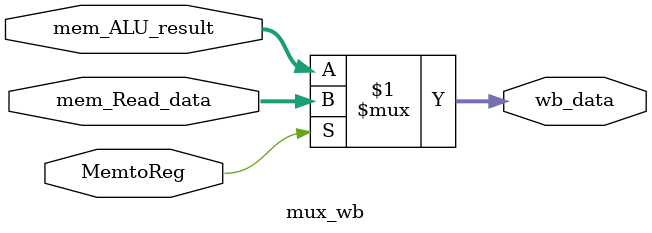
<source format=v>
`timescale 1ns / 1ps

module mux_wb(
            input wire [31:0] mem_Read_data,   // from MEM/WB latch
            input wire [31:0] mem_ALU_result,  // from MEM/WB latch
            input wire MemtoReg,        // control: 1 -> memory, 0 -> ALU
            output wire [31:0] wb_data          // to ID register file (WriteData)
            );
            
            assign wb_data = (MemtoReg) ? mem_Read_data : mem_ALU_result;
endmodule
</source>
